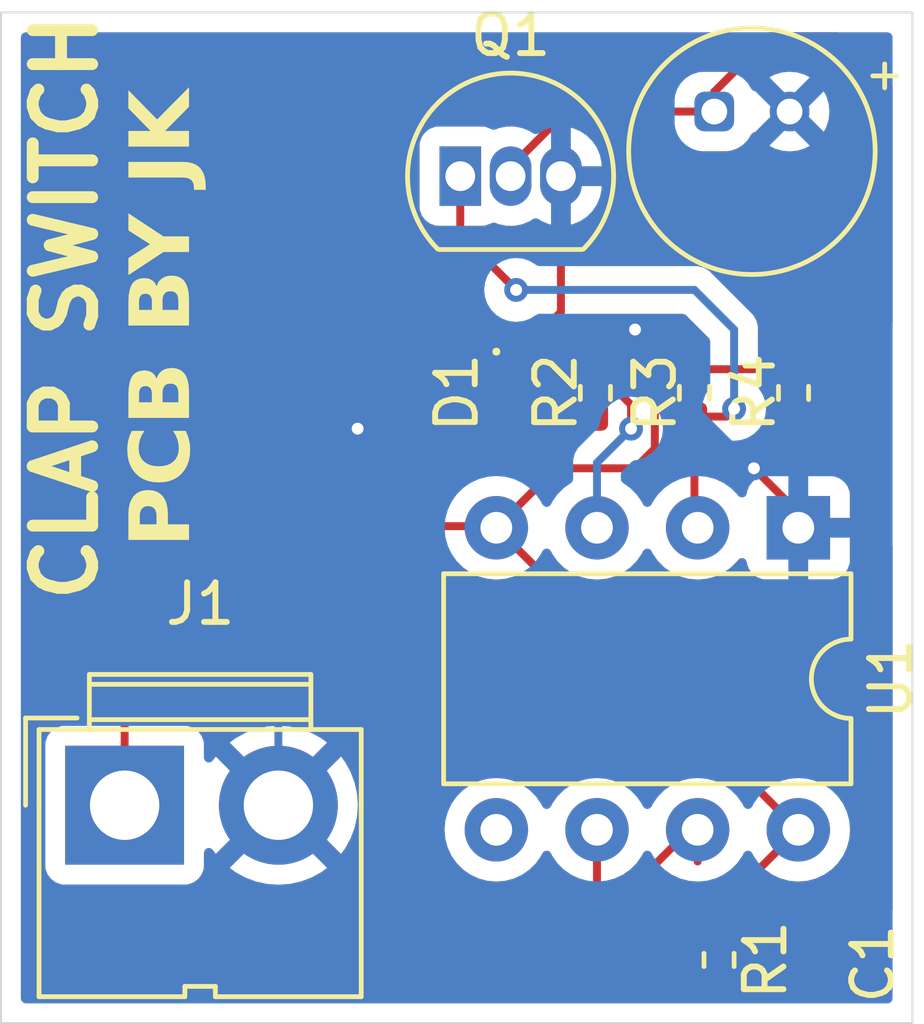
<source format=kicad_pcb>
(kicad_pcb (version 20240108) (generator "pcbnew") (generator_version "8.0")
  (layers (0 "F.Cu" signal) (31 "B.Cu" signal) (34 "B.Paste" user) (35 "F.Paste" user) (36 "B.SilkS" user "B.Silkscreen") (37 "F.SilkS" user "F.Silkscreen") (38 "B.Mask" user) (39 "F.Mask" user) (44 "Edge.Cuts" user))
  (net 0 "")
  (net 1 "Net-(U1-DIS)")
  (net 2 "Net-(D1-A)")
  (net 3 "Net-(MK1--)")
  (net 4 "Net-(Q1-C)")
  (net 5 "Net-(U1-Q)")
  (net 7 "GND")
  (net 8 "Net-(J1-Pin_1)")
  (footprint "Resistor_SMD:R_0402_1005Metric_Pad0.72x0.64mm_HandSolder" (layer "F.Cu") (at 229.5 67.0975 -90)
    (property "Reference" "R4" (at 0 1 90) (layer "F.SilkS"))
    (property "Value" "47k" (hide yes))
    (fp_line (start -0.167621 0.38) (end 0.167621 0.38) (stroke (width 0.12)) (layer "F.SilkS"))
    (fp_line (start -0.167621 -0.38) (end 0.167621 -0.38) (stroke (width 0.12)) (layer "F.SilkS"))
    (pad "1" smd roundrect (at -0.5975 0 270) (size 0.715 0.64) (layers "F.Cu" "F.Paste" "F.Mask") (net 8 "Net-(J1-Pin_1)"))
    (pad "2" smd roundrect (at 0.5975 0 270) (size 0.715 0.64) (layers "F.Cu" "F.Paste" "F.Mask") (net 3 "Net-(MK1--)"))
  )
  (footprint "Capacitor_SMD:C_0201_0603Metric" (layer "F.Cu") (at 230 81.345 90)
    (property "Reference" "C1" (at -0.155 1.5 270) (layer "F.SilkS"))
    (property "Value" "10uf" (hide yes))
    (pad "1" smd roundrect (at -0.32 0 90) (size 0.46 0.4) (layers "F.Cu" "F.Mask") (net 1 "Net-(U1-DIS)"))
    (pad "2" smd roundrect (at 0.32 0 90) (size 0.46 0.4) (layers "F.Cu" "F.Mask") (net 7 "GND"))
  )
  (footprint "Resistor_SMD:R_0402_1005Metric_Pad0.72x0.64mm_HandSolder" (layer "F.Cu") (at 227.62 81.4025 -90)
    (property "Reference" "R1" (at 0 -1.17 90) (layer "F.SilkS"))
    (property "Value" "100k" (hide yes))
    (fp_line (start -0.167621 0.38) (end 0.167621 0.38) (stroke (width 0.12)) (layer "F.SilkS"))
    (fp_line (start -0.167621 -0.38) (end 0.167621 -0.38) (stroke (width 0.12)) (layer "F.SilkS"))
    (pad "1" smd roundrect (at -0.5975 0 270) (size 0.715 0.64) (layers "F.Cu" "F.Paste" "F.Mask") (net 8 "Net-(J1-Pin_1)"))
    (pad "2" smd roundrect (at 0.5975 0 270) (size 0.715 0.64) (layers "F.Cu" "F.Paste" "F.Mask") (net 1 "Net-(U1-DIS)"))
  )
  (footprint "Sensor_Audio:POM-2244P-C3310-2-R" (layer "F.Cu") (at 227.5 60)
    (property "Reference" "MK1" (hide yes))
    (property "Value" "Microphone" (hide yes))
    (fp_line (start 4.3 -1.2) (end 4.3 -0.6) (stroke (width 0.12)) (layer "F.SilkS"))
    (fp_line (start 4.3 -0.9) (end 4 -0.9) (stroke (width 0.12)) (layer "F.SilkS"))
    (fp_line (start 4.3 -0.9) (end 4.6 -0.9) (stroke (width 0.12)) (layer "F.SilkS"))
    (fp_circle (center 0.95 1) (end 4.06 1) (stroke (width 0.12)) (fill none) (layer "F.SilkS"))
    (pad "1" thru_hole roundrect (at 0 0) (size 1 1) (drill 0.65) (layers "*.Cu" "*.Mask") (net 3 "Net-(MK1--)"))
    (pad "2" thru_hole circle (at 1.9 0) (size 1 1) (drill 0.65) (layers "*.Cu" "*.Mask") (net 7 "GND"))
  )
  (footprint "Resistor_SMD:R_0402_1005Metric_Pad0.72x0.64mm_HandSolder" (layer "F.Cu") (at 224.5 67.0975 -90)
    (property "Reference" "R2" (at 0 1 90) (layer "F.SilkS"))
    (property "Value" "220k" (hide yes))
    (fp_line (start -0.167621 0.38) (end 0.167621 0.38) (stroke (width 0.12)) (layer "F.SilkS"))
    (fp_line (start -0.167621 -0.38) (end 0.167621 -0.38) (stroke (width 0.12)) (layer "F.SilkS"))
    (pad "1" smd roundrect (at -0.5975 0 270) (size 0.715 0.64) (layers "F.Cu" "F.Paste" "F.Mask") (net 5 "Net-(U1-Q)"))
    (pad "2" smd roundrect (at 0.5975 0 270) (size 0.715 0.64) (layers "F.Cu" "F.Paste" "F.Mask") (net 2 "Net-(D1-A)"))
  )
  (footprint "Connector:JWT_A3963_1x02_P3.96mm_Vertical" (layer "F.Cu") (at 212.62 77.5)
    (property "Reference" "J1" (at 1.91 -5.08 0) (layer "F.SilkS"))
    (property "Value" "Conn_01x02_Pin" (hide yes))
    (fp_line (start -2.5 -2.2) (end -2.5 0) (stroke (width 0.12)) (layer "F.SilkS"))
    (fp_line (start -2.16 -1.91) (end -2.16 0) (stroke (width 0.12)) (layer "F.SilkS"))
    (fp_line (start -2.16 -1.91) (end 5.97 -1.91) (stroke (width 0.12)) (layer "F.SilkS"))
    (fp_line (start -2.16 0) (end -2.16 4.83) (stroke (width 0.12)) (layer "F.SilkS"))
    (fp_line (start -1.2 -2.2) (end -2.5 -2.2) (stroke (width 0.12)) (layer "F.SilkS"))
    (fp_line (start -0.89 -3.3) (end 4.7 -3.3) (stroke (width 0.12)) (layer "F.SilkS"))
    (fp_line (start -0.89 -3.05) (end 4.7 -3.05) (stroke (width 0.12)) (layer "F.SilkS"))
    (fp_line (start -0.89 -2.16) (end 4.7 -2.16) (stroke (width 0.12)) (layer "F.SilkS"))
    (fp_line (start -0.89 -1.91) (end -0.89 -3.3) (stroke (width 0.12)) (layer "F.SilkS"))
    (fp_line (start 1.52 4.57) (end 2.29 4.57) (stroke (width 0.12)) (layer "F.SilkS"))
    (fp_line (start 1.52 4.83) (end -2.16 4.83) (stroke (width 0.12)) (layer "F.SilkS"))
    (fp_line (start 1.52 4.83) (end 1.52 4.57) (stroke (width 0.12)) (layer "F.SilkS"))
    (fp_line (start 2.29 4.57) (end 2.29 4.83) (stroke (width 0.12)) (layer "F.SilkS"))
    (fp_line (start 2.29 4.83) (end 5.97 4.83) (stroke (width 0.12)) (layer "F.SilkS"))
    (fp_line (start 4.7 -1.91) (end 4.7 -3.3) (stroke (width 0.12)) (layer "F.SilkS"))
    (fp_line (start 5.97 -1.91) (end 5.97 0) (stroke (width 0.12)) (layer "F.SilkS"))
    (fp_line (start 5.97 4.83) (end 5.97 0) (stroke (width 0.12)) (layer "F.SilkS"))
    (pad "1" thru_hole rect (at 0 0) (size 3 3) (drill 1.75) (layers "*.Cu" "*.Mask") (net 8 "Net-(J1-Pin_1)"))
    (pad "2" thru_hole circle (at 3.88 0) (size 3 3) (drill 1.75) (layers "*.Cu" "*.Mask") (net 7 "GND"))
  )
  (footprint "Package_DIP:DIP-8_W7.62mm" (layer "F.Cu") (at 229.62 70.5 -90)
    (property "Reference" "U1" (at 3.81 -2.33 90) (layer "F.SilkS"))
    (property "Value" "NE555P")
    (fp_line (start 1.16 8.95) (end 6.46 8.95) (stroke (width 0.12)) (layer "F.SilkS"))
    (fp_line (start 6.46 8.95) (end 6.46 -1.33) (stroke (width 0.12)) (layer "F.SilkS"))
    (fp_line (start 1.16 -1.33) (end 1.16 8.95) (stroke (width 0.12)) (layer "F.SilkS"))
    (fp_line (start 2.81 -1.33) (end 1.16 -1.33) (stroke (width 0.12)) (layer "F.SilkS"))
    (fp_line (start 6.46 -1.33) (end 4.81 -1.33) (stroke (width 0.12)) (layer "F.SilkS"))
    (fp_arc (start 4.81 -1.33) (mid 3.81 -0.33) (end 2.81 -1.33) (stroke (width 0.12)) (layer "F.SilkS"))
    (pad "1" thru_hole rect (at 0 0 270) (size 1.6 1.6) (drill 0.8) (layers "*.Cu" "*.Mask") (net 7 "GND"))
    (pad "2" thru_hole oval (at 0 2.54 270) (size 1.6 1.6) (drill 0.8) (layers "*.Cu" "*.Mask") (net 4 "Net-(Q1-C)"))
    (pad "3" thru_hole oval (at 0 5.08 270) (size 1.6 1.6) (drill 0.8) (layers "*.Cu" "*.Mask") (net 5 "Net-(U1-Q)"))
    (pad "4" thru_hole oval (at 0 7.62 270) (size 1.6 1.6) (drill 0.8) (layers "*.Cu" "*.Mask") (net 8 "Net-(J1-Pin_1)"))
    (pad "5" thru_hole oval (at 7.62 7.62 270) (size 1.6 1.6) (drill 0.8) (layers "*.Cu" "*.Mask"))
    (pad "6" thru_hole oval (at 7.62 5.08 270) (size 1.6 1.6) (drill 0.8) (layers "*.Cu" "*.Mask") (net 1 "Net-(U1-DIS)"))
    (pad "7" thru_hole oval (at 7.62 2.54 270) (size 1.6 1.6) (drill 0.8) (layers "*.Cu" "*.Mask") (net 1 "Net-(U1-DIS)"))
    (pad "8" thru_hole oval (at 7.62 0 270) (size 1.6 1.6) (drill 0.8) (layers "*.Cu" "*.Mask") (net 8 "Net-(J1-Pin_1)"))
  )
  (footprint "Resistor_SMD:R_0402_1005Metric_Pad0.72x0.64mm_HandSolder" (layer "F.Cu") (at 227 67.0975 -90)
    (property "Reference" "R3" (at 0 1 90) (layer "F.SilkS"))
    (property "Value" "1k" (hide yes))
    (fp_line (start -0.167621 0.38) (end 0.167621 0.38) (stroke (width 0.12)) (layer "F.SilkS"))
    (fp_line (start -0.167621 -0.38) (end 0.167621 -0.38) (stroke (width 0.12)) (layer "F.SilkS"))
    (pad "1" smd roundrect (at -0.5975 0 270) (size 0.715 0.64) (layers "F.Cu" "F.Paste" "F.Mask") (net 8 "Net-(J1-Pin_1)"))
    (pad "2" smd roundrect (at 0.5975 0 270) (size 0.715 0.64) (layers "F.Cu" "F.Paste" "F.Mask") (net 4 "Net-(Q1-C)"))
  )
  (footprint "Package_TO_SOT_THT:TO-92_Inline" (layer "F.Cu") (at 221.09 61.63)
    (property "Reference" "Q1" (at 1.27 -3.56 360) (layer "F.SilkS"))
    (property "Value" "BC547")
    (fp_line (start -0.53 1.85) (end 3.07 1.85) (stroke (width 0.12)) (layer "F.SilkS"))
    (fp_arc (start -0.568478 1.838478) (mid -1.132087 -0.994977) (end 1.27 -2.6) (stroke (width 0.12)) (layer "F.SilkS"))
    (fp_arc (start 1.27 -2.6) (mid 3.672087 -0.994977) (end 3.108478 1.838478) (stroke (width 0.12)) (layer "F.SilkS"))
    (pad "1" thru_hole rect (at 0 0) (size 1.05 1.5) (drill 0.75) (layers "*.Cu" "*.Mask") (net 4 "Net-(Q1-C)"))
    (pad "2" thru_hole oval (at 1.27 0) (size 1.05 1.5) (drill 0.75) (layers "*.Cu" "*.Mask") (net 3 "Net-(MK1--)"))
    (pad "3" thru_hole oval (at 2.54 0) (size 1.05 1.5) (drill 0.75) (layers "*.Cu" "*.Mask") (net 7 "GND"))
  )
  (footprint "LED_SMD:LED_0201_0603Metric_Pad0.64x0.40mm_HandSolder" (layer "F.Cu") (at 222 67.0925 -90)
    (property "Reference" "D1" (at 0 1 90) (layer "F.SilkS"))
    (property "Value" "LED" (hide yes))
    (fp_circle (center -1.035 0) (end -0.985 0) (stroke (width 0.1)) (fill none) (layer "F.SilkS"))
    (pad "1" smd roundrect (at -0.4075 0 270) (size 0.635 0.4) (layers "F.Cu" "F.Mask") (net 7 "GND"))
    (pad "2" smd roundrect (at 0.4075 0 270) (size 0.635 0.4) (layers "F.Cu" "F.Mask") (net 2 "Net-(D1-A)"))
  )
  (gr_rect (start 209.5 57.5) (end 232.5 83) (stroke (width 0.05)) (fill none) (layer "Edge.Cuts"))
  (gr_text "CLAP SWITCH" (at 212 72.5 90) (layer "F.SilkS") (effects (font (size 1.5 1.5) (thickness 0.3) (bold yes)) (justify left bottom)))
  (gr_text "PCB BY JK\n" (at 214.5 71 90) (layer "F.SilkS") (effects (font (size 1.5 1.5) (thickness 0.3) (bold yes)) (justify left bottom)))
  (segment (start 224.54 78.12) (end 224.54 80.04) (width 0.2) (layer "F.Cu") (net 1))
  (segment (start 227.08 78.12) (end 227.08 78.92) (width 0.2) (layer "F.Cu") (net 1))
  (segment (start 227.62 82) (end 229.665 82) (width 0.2) (layer "F.Cu") (net 1))
  (segment (start 226.88 78.12) (end 227.08 78.12) (width 0.2) (layer "F.Cu") (net 1))
  (segment (start 226.5 82) (end 226 81.5) (width 0.2) (layer "F.Cu") (net 1))
  (segment (start 226 81.5) (end 226 79) (width 0.2) (layer "F.Cu") (net 1))
  (segment (start 229.665 82) (end 230 81.665) (width 0.2) (layer "F.Cu") (net 1))
  (segment (start 224.54 80.04) (end 226.5 82) (width 0.2) (layer "F.Cu") (net 1))
  (segment (start 227.62 82) (end 226.5 82) (width 0.2) (layer "F.Cu") (net 1))
  (segment (start 226 79) (end 226.88 78.12) (width 0.2) (layer "F.Cu") (net 1))
  (segment (start 222.195 67.695) (end 224.5 67.695) (width 0.2) (layer "F.Cu") (net 2))
  (segment (start 222 67.5) (end 222.195 67.695) (width 0.2) (layer "F.Cu") (net 2))
  (segment (start 223.765 60) (end 222.36 61.405) (width 0.2) (layer "F.Cu") (net 3))
  (segment (start 227.5 60) (end 227.5 59.5) (width 0.2) (layer "F.Cu") (net 3))
  (segment (start 227.5 60) (end 223.765 60) (width 0.2) (layer "F.Cu") (net 3))
  (segment (start 222.36 61.405) (end 222.36 61.63) (width 0.2) (layer "F.Cu") (net 3))
  (segment (start 230.6 58.1) (end 231.9 59.4) (width 0.2) (layer "F.Cu") (net 3))
  (segment (start 227.5 59.5) (end 228.9 58.1) (width 0.2) (layer "F.Cu") (net 3))
  (segment (start 228.9 58.1) (end 230.6 58.1) (width 0.2) (layer "F.Cu") (net 3))
  (segment (start 231.9 65.295) (end 229.5 67.695) (width 0.2) (layer "F.Cu") (net 3))
  (segment (start 231.9 59.4) (end 231.9 65.295) (width 0.2) (layer "F.Cu") (net 3))
  (segment (start 227 67.695) (end 227.805 67.695) (width 0.2) (layer "F.Cu") (net 4))
  (segment (start 221.09 63.09) (end 222.5 64.5) (width 0.2) (layer "F.Cu") (net 4))
  (segment (start 227 67.695) (end 227 70.42) (width 0.2) (layer "F.Cu") (net 4))
  (segment (start 227.805 67.695) (end 228 67.5) (width 0.2) (layer "F.Cu") (net 4))
  (segment (start 227 70.42) (end 227.08 70.5) (width 0.2) (layer "F.Cu") (net 4))
  (segment (start 221.09 61.63) (end 221.09 63.09) (width 0.2) (layer "F.Cu") (net 4))
  (via (at 228 67.5) (size 0.6) (drill 0.3) (layers "F.Cu" "B.Cu") (net 4))
  (via (at 222.5 64.5) (size 0.6) (drill 0.3) (layers "F.Cu" "B.Cu") (net 4))
  (segment (start 228 65.5) (end 227 64.5) (width 0.2) (layer "B.Cu") (net 4))
  (segment (start 228 67.5) (end 228 65.5) (width 0.2) (layer "B.Cu") (net 4))
  (segment (start 227 64.5) (end 222.5 64.5) (width 0.2) (layer "B.Cu") (net 4))
  (segment (start 225.4 67.4) (end 225.4 68) (width 0.2) (layer "F.Cu") (net 5))
  (segment (start 224.5 66.5) (end 225.4 67.4) (width 0.2) (layer "F.Cu") (net 5))
  (via (at 225.4 68) (size 0.6) (drill 0.3) (layers "F.Cu" "B.Cu") (net 5))
  (segment (start 225.4 68) (end 224.54 68.86) (width 0.2) (layer "B.Cu") (net 5))
  (segment (start 224.54 68.86) (end 224.54 70.5) (width 0.2) (layer "B.Cu") (net 5))
  (segment (start 223.63 61.63) (end 227.77 61.63) (width 0.2) (layer "F.Cu") (net 7))
  (segment (start 223.3425 65.3425) (end 222 66.685) (width 0.2) (layer "F.Cu") (net 7))
  (segment (start 223.5 65.5) (end 223.3425 65.3425) (width 0.2) (layer "F.Cu") (net 7))
  (segment (start 231.9 71) (end 231.4 70.5) (width 0.2) (layer "F.Cu") (net 7))
  (segment (start 229.62 70.12) (end 228.5 69) (width 0.2) (layer "F.Cu") (net 7))
  (segment (start 230 81.025) (end 230.975 81.025) (width 0.2) (layer "F.Cu") (net 7))
  (segment (start 227.77 61.63) (end 229.4 60) (width 0.2) (layer "F.Cu") (net 7))
  (segment (start 223.63 61.63) (end 223.63 65.055) (width 0.2) (layer "F.Cu") (net 7))
  (segment (start 223.63 65.055) (end 223.3425 65.3425) (width 0.2) (layer "F.Cu") (net 7))
  (segment (start 222 66.685) (end 219.815 66.685) (width 0.2) (layer "F.Cu") (net 7))
  (segment (start 229.62 70.5) (end 229.62 70.12) (width 0.2) (layer "F.Cu") (net 7))
  (segment (start 231.4 70.5) (end 229.62 70.5) (width 0.2) (layer "F.Cu") (net 7))
  (segment (start 230.975 81.025) (end 231.9 80.1) (width 0.2) (layer "F.Cu") (net 7))
  (segment (start 225.5 65.5) (end 223.5 65.5) (width 0.2) (layer "F.Cu") (net 7))
  (segment (start 231.9 80.1) (end 231.9 71) (width 0.2) (layer "F.Cu") (net 7))
  (segment (start 219.815 66.685) (end 218.5 68) (width 0.2) (layer "F.Cu") (net 7))
  (via (at 225.5 65.5) (size 0.6) (drill 0.3) (layers "F.Cu" "B.Cu") (net 7))
  (via (at 218.5 68) (size 0.6) (drill 0.3) (layers "F.Cu" "B.Cu") (net 7))
  (via (at 228.5 69) (size 0.6) (drill 0.3) (layers "F.Cu" "B.Cu") (net 7))
  (segment (start 228.5 69) (end 225.5 66) (width 0.2) (layer "B.Cu") (net 7))
  (segment (start 216.5 72) (end 218.5 70) (width 0.2) (layer "B.Cu") (net 7))
  (segment (start 225.5 66) (end 225.5 65.5) (width 0.2) (layer "B.Cu") (net 7))
  (segment (start 216.5 77.5) (end 216.5 72) (width 0.2) (layer "B.Cu") (net 7))
  (segment (start 218.5 70) (end 218.5 68) (width 0.2) (layer "B.Cu") (net 7))
  (segment (start 226 67.5) (end 226 68.5) (width 0.2) (layer "F.Cu") (net 8))
  (segment (start 227.62 80.12) (end 229.62 78.12) (width 0.2) (layer "F.Cu") (net 8))
  (segment (start 212.62 72.88) (end 215.04 70.46) (width 0.2) (layer "F.Cu") (net 8))
  (segment (start 226 68.5) (end 225.5 69) (width 0.2) (layer "F.Cu") (net 8))
  (segment (start 227 66.5) (end 226 67.5) (width 0.2) (layer "F.Cu") (net 8))
  (segment (start 227.62 80.805) (end 227.62 80.12) (width 0.2) (layer "F.Cu") (net 8))
  (segment (start 221.96 70.46) (end 222 70.5) (width 0.2) (layer "F.Cu") (net 8))
  (segment (start 229.5 66.5) (end 227 66.5) (width 0.2) (layer "F.Cu") (net 8))
  (segment (start 215.04 70.46) (end 221.96 70.46) (width 0.2) (layer "F.Cu") (net 8))
  (segment (start 229.62 78.12) (end 222 70.5) (width 0.2) (layer "F.Cu") (net 8))
  (segment (start 212.62 77.5) (end 212.62 72.88) (width 0.2) (layer "F.Cu") (net 8))
  (segment (start 223.5 69) (end 222 70.5) (width 0.2) (layer "F.Cu") (net 8))
  (segment (start 225.5 69) (end 223.5 69) (width 0.2) (layer "F.Cu") (net 8))
  (zone (net 7) (net_name "GND") (layer "B.Cu") (connect_pads (clearance 0.5)) (min_thickness 0.25) (fill yes (thermal_gap 0.5) (thermal_bridge_width 0.5))
    (polygon (pts (xy 209.5 57.5) (xy 209.5 83) (xy 232.5 83) (xy 232.5 57.5)))
  )
)
</source>
